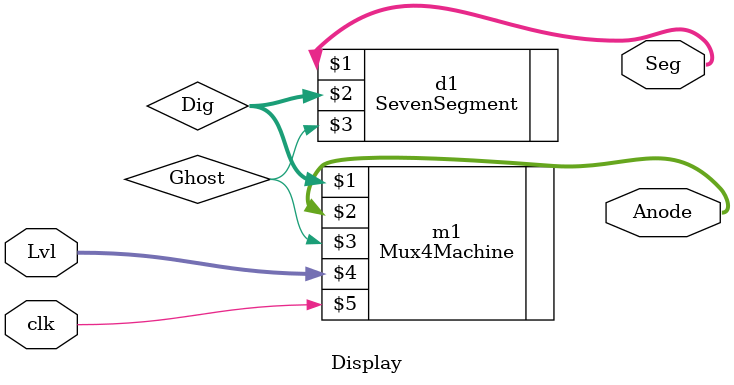
<source format=v>
module Display(Seg,Anode,clk,Lvl);
  input  clk;
  input  [2:0] Lvl;
  output [0:6] Seg;
  output [3:0] Anode;
	
  wire [2:0] Dig;
  wire Ghost;
	
  SevenSegment d1 (Seg,Dig,Ghost);
  Mux4Machine	 m1 (Dig,Anode,Ghost,Lvl,clk);
endmodule

</source>
